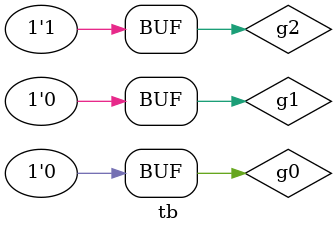
<source format=v>
module tb();

reg g2, g1, g0;
//reg a, b;
wire x2, x1, x0;
//wire c, d, e;

gate_function gf0(g2, g1, g0, x2, x1, x0);
    initial begin
        g2 = 0; g1 = 0; g0 = 0;
        #1 g2 = 0; g1 = 0; g0 = 1;
        #1 g2 = 0; g1 = 1; g0 = 1;
        #1 g2 = 0; g1 = 1; g0 = 0;
        #1 g2 = 1; g1 = 1; g0 = 0;
        #1 g2 = 1; g1 = 1; g0 = 1;
        #1 g2 = 1; g1 = 0; g0 = 1;
        #1 g2 = 1; g1 = 0; g0 = 0;
//        #1 a = 0; b = 1;
//        #1 a = 1; b = 0;
//        #1 a = 1; b = 1;
    end
endmodule
</source>
